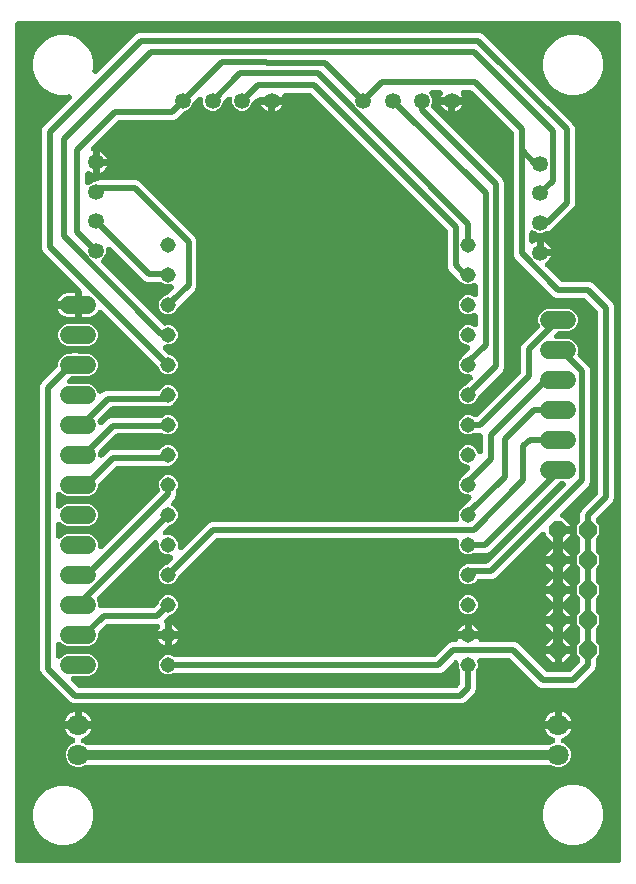
<source format=gbr>
G04 EAGLE Gerber RS-274X export*
G75*
%MOMM*%
%FSLAX34Y34*%
%LPD*%
%INTop Copper*%
%IPPOS*%
%AMOC8*
5,1,8,0,0,1.08239X$1,22.5*%
G01*
G04 Define Apertures*
%ADD10C,1.348000*%
%ADD11C,1.800000*%
%ADD12P,1.64956X8X292.5*%
%ADD13C,1.524000*%
%ADD14C,1.308000*%
%ADD15C,0.508000*%
%ADD16C,0.812800*%
G36*
X254791Y-434139D02*
X253800Y-434340D01*
X-254000Y-434340D01*
X-254916Y-434169D01*
X-255767Y-433624D01*
X-256339Y-432791D01*
X-256540Y-431800D01*
X-256540Y276100D01*
X-256369Y277016D01*
X-255824Y277867D01*
X-254991Y278439D01*
X-254000Y278640D01*
X253800Y278640D01*
X254716Y278469D01*
X255567Y277924D01*
X256139Y277091D01*
X256340Y276100D01*
X256340Y-431800D01*
X256169Y-432716D01*
X255624Y-433567D01*
X254791Y-434139D01*
G37*
%LPC*%
G36*
X-207054Y-299212D02*
X121710Y-299212D01*
X124137Y-298207D01*
X132599Y-289745D01*
X133604Y-287318D01*
X133604Y-272334D01*
X133797Y-271362D01*
X135064Y-268304D01*
X135064Y-265096D01*
X134658Y-264116D01*
X134466Y-263225D01*
X134636Y-262228D01*
X135180Y-261377D01*
X136014Y-260805D01*
X137005Y-260604D01*
X161312Y-260604D01*
X162266Y-260790D01*
X163109Y-261348D01*
X186759Y-284999D01*
X189186Y-286004D01*
X217214Y-286004D01*
X219641Y-284999D01*
X234199Y-270441D01*
X235204Y-268014D01*
X235204Y-261380D01*
X235390Y-260426D01*
X235948Y-259584D01*
X237744Y-257788D01*
X237744Y-250212D01*
X235948Y-248416D01*
X235405Y-247611D01*
X235204Y-246620D01*
X235204Y-235980D01*
X235390Y-235026D01*
X235948Y-234184D01*
X237744Y-232388D01*
X237744Y-224812D01*
X235948Y-223016D01*
X235405Y-222211D01*
X235204Y-221220D01*
X235204Y-210580D01*
X235390Y-209626D01*
X235948Y-208784D01*
X237744Y-206988D01*
X237744Y-199412D01*
X235948Y-197616D01*
X235405Y-196811D01*
X235204Y-195820D01*
X235204Y-185180D01*
X235390Y-184226D01*
X235948Y-183384D01*
X237744Y-181588D01*
X237744Y-174012D01*
X235948Y-172216D01*
X235405Y-171411D01*
X235204Y-170420D01*
X235204Y-159780D01*
X235390Y-158826D01*
X235948Y-157984D01*
X237744Y-156188D01*
X237744Y-148612D01*
X235948Y-146816D01*
X235405Y-146011D01*
X235204Y-145020D01*
X235204Y-143488D01*
X235390Y-142534D01*
X235948Y-141692D01*
X249439Y-128201D01*
X250444Y-125774D01*
X250444Y36874D01*
X249439Y39301D01*
X232341Y56399D01*
X229914Y57404D01*
X206988Y57404D01*
X206034Y57590D01*
X205192Y58148D01*
X192730Y70610D01*
X192211Y71360D01*
X191987Y72345D01*
X192164Y73340D01*
X192716Y74188D01*
X192948Y74344D01*
X195827Y77223D01*
X196742Y79432D01*
X184912Y79432D01*
X184912Y91262D01*
X182328Y90192D01*
X181437Y90000D01*
X180440Y90169D01*
X179589Y90714D01*
X179017Y91548D01*
X178816Y92538D01*
X178816Y98805D01*
X178972Y99683D01*
X179504Y100543D01*
X180328Y101128D01*
X181316Y101345D01*
X182309Y101159D01*
X183152Y100601D01*
X183279Y100474D01*
X186316Y99216D01*
X189604Y99216D01*
X193071Y100652D01*
X193104Y100675D01*
X194095Y100876D01*
X194793Y100876D01*
X197220Y101881D01*
X216047Y120708D01*
X217052Y123135D01*
X217052Y188091D01*
X216047Y190518D01*
X139210Y267355D01*
X136783Y268360D01*
X-151392Y268360D01*
X-153819Y267355D01*
X-186822Y234352D01*
X-187244Y234012D01*
X-188186Y233645D01*
X-189197Y233675D01*
X-190115Y234097D01*
X-190797Y234844D01*
X-191133Y235797D01*
X-191071Y236806D01*
X-190754Y237990D01*
X-190754Y244611D01*
X-192468Y251006D01*
X-195778Y256740D01*
X-200460Y261422D01*
X-206194Y264732D01*
X-212589Y266446D01*
X-219211Y266446D01*
X-225606Y264732D01*
X-231340Y261422D01*
X-236022Y256740D01*
X-239332Y251006D01*
X-241046Y244611D01*
X-241046Y237989D01*
X-239332Y231594D01*
X-236022Y225860D01*
X-231340Y221178D01*
X-225606Y217868D01*
X-219211Y216154D01*
X-212590Y216154D01*
X-211406Y216471D01*
X-210870Y216555D01*
X-209871Y216401D01*
X-209011Y215870D01*
X-208426Y215046D01*
X-208209Y214058D01*
X-208394Y213064D01*
X-208952Y212222D01*
X-232811Y188363D01*
X-233816Y185936D01*
X-233816Y86198D01*
X-232811Y83771D01*
X-201636Y52596D01*
X-201126Y51865D01*
X-200893Y50881D01*
X-201062Y49884D01*
X-201127Y49784D01*
X-200152Y49784D01*
X-200152Y27940D01*
X-193559Y27940D01*
X-189825Y29487D01*
X-186967Y32345D01*
X-186786Y32780D01*
X-186292Y33546D01*
X-185468Y34131D01*
X-184480Y34348D01*
X-183487Y34163D01*
X-182644Y33604D01*
X-135654Y-13386D01*
X-135103Y-14210D01*
X-133836Y-17268D01*
X-131568Y-19536D01*
X-128604Y-20764D01*
X-125396Y-20764D01*
X-122432Y-19536D01*
X-120164Y-17268D01*
X-118936Y-14304D01*
X-118936Y-11096D01*
X-120164Y-8132D01*
X-122432Y-5864D01*
X-125490Y-4597D01*
X-126314Y-4046D01*
X-130661Y300D01*
X-131171Y1031D01*
X-131403Y2015D01*
X-131234Y3012D01*
X-130689Y3863D01*
X-129855Y4435D01*
X-128864Y4636D01*
X-125396Y4636D01*
X-122432Y5864D01*
X-120164Y8132D01*
X-118936Y11096D01*
X-118936Y14304D01*
X-120164Y17268D01*
X-122432Y19536D01*
X-125396Y20764D01*
X-128604Y20764D01*
X-128620Y20757D01*
X-129551Y20564D01*
X-130545Y20750D01*
X-131388Y21308D01*
X-183290Y73211D01*
X-183817Y73979D01*
X-184034Y74966D01*
X-183849Y75960D01*
X-183290Y76803D01*
X-180954Y79139D01*
X-179696Y82176D01*
X-179696Y85084D01*
X-179540Y85962D01*
X-179008Y86822D01*
X-178184Y87407D01*
X-177197Y87624D01*
X-176203Y87439D01*
X-175360Y86881D01*
X-146889Y58409D01*
X-144462Y57404D01*
X-133360Y57404D01*
X-132407Y57218D01*
X-131573Y56666D01*
X-128604Y55436D01*
X-125381Y55436D01*
X-124563Y55619D01*
X-123564Y55466D01*
X-122704Y54935D01*
X-122119Y54110D01*
X-121902Y53123D01*
X-122087Y52129D01*
X-122645Y51286D01*
X-127024Y46908D01*
X-127829Y46365D01*
X-128397Y46250D01*
X-131568Y44936D01*
X-133836Y42668D01*
X-135064Y39704D01*
X-135064Y36496D01*
X-133836Y33532D01*
X-131568Y31264D01*
X-128604Y30036D01*
X-125396Y30036D01*
X-122432Y31264D01*
X-120164Y33532D01*
X-119285Y35653D01*
X-118592Y36609D01*
X-118075Y37052D01*
X-117744Y37508D01*
X-104129Y51123D01*
X-103124Y53550D01*
X-103124Y92754D01*
X-104129Y95181D01*
X-151707Y142759D01*
X-154134Y143764D01*
X-183706Y143764D01*
X-183902Y143772D01*
X-184954Y143853D01*
X-185285Y143800D01*
X-186260Y143397D01*
X-186444Y143329D01*
X-187447Y143001D01*
X-187745Y142819D01*
X-188536Y142285D01*
X-189527Y142084D01*
X-189604Y142084D01*
X-192641Y140826D01*
X-192904Y140563D01*
X-193635Y140053D01*
X-194619Y139820D01*
X-195616Y139990D01*
X-196467Y140535D01*
X-197039Y141368D01*
X-197240Y142359D01*
X-197240Y148844D01*
X-197084Y149722D01*
X-196552Y150582D01*
X-195728Y151167D01*
X-194741Y151384D01*
X-193747Y151198D01*
X-193642Y151129D01*
X-191008Y150038D01*
X-191008Y168522D01*
X-191438Y168788D01*
X-192023Y169612D01*
X-192239Y170600D01*
X-192054Y171593D01*
X-191496Y172436D01*
X-170112Y193820D01*
X-169306Y194363D01*
X-168316Y194564D01*
X-122638Y194564D01*
X-120211Y195569D01*
X-113969Y201812D01*
X-113163Y202355D01*
X-113121Y202363D01*
X-109619Y203814D01*
X-107294Y206139D01*
X-105858Y209606D01*
X-105850Y209646D01*
X-105292Y210489D01*
X-101900Y213881D01*
X-101169Y214391D01*
X-100185Y214623D01*
X-99188Y214454D01*
X-98337Y213909D01*
X-97765Y213075D01*
X-97564Y212084D01*
X-97564Y209176D01*
X-96306Y206139D01*
X-93981Y203814D01*
X-90944Y202556D01*
X-87656Y202556D01*
X-84619Y203814D01*
X-82294Y206139D01*
X-80858Y209606D01*
X-80850Y209646D01*
X-80292Y210489D01*
X-76900Y213881D01*
X-76169Y214391D01*
X-75185Y214623D01*
X-74188Y214454D01*
X-73337Y213909D01*
X-72765Y213075D01*
X-72564Y212084D01*
X-72564Y209176D01*
X-71306Y206139D01*
X-68981Y203814D01*
X-65944Y202556D01*
X-62656Y202556D01*
X-59619Y203814D01*
X-57294Y206139D01*
X-55858Y209606D01*
X-55850Y209646D01*
X-55292Y210489D01*
X-52916Y212865D01*
X-52185Y213375D01*
X-51201Y213607D01*
X-50204Y213438D01*
X-50104Y213373D01*
X-50104Y213868D01*
X-30518Y213868D01*
X-30592Y214048D01*
X-30785Y214939D01*
X-30615Y215936D01*
X-30070Y216787D01*
X-29237Y217359D01*
X-28246Y217560D01*
X-7242Y217560D01*
X-6289Y217374D01*
X-5446Y216816D01*
X109048Y102322D01*
X109591Y101516D01*
X109792Y100526D01*
X109792Y70494D01*
X110797Y68067D01*
X121017Y57847D01*
X121715Y57380D01*
X122432Y56664D01*
X125396Y55436D01*
X128604Y55436D01*
X131616Y56684D01*
X132507Y56876D01*
X133504Y56706D01*
X134355Y56161D01*
X134927Y55328D01*
X135128Y54337D01*
X135128Y47263D01*
X134964Y46366D01*
X134426Y45510D01*
X133597Y44932D01*
X132608Y44723D01*
X131616Y44916D01*
X128604Y46164D01*
X125396Y46164D01*
X122432Y44936D01*
X120164Y42668D01*
X118936Y39704D01*
X118936Y36496D01*
X120164Y33532D01*
X122432Y31264D01*
X125396Y30036D01*
X128604Y30036D01*
X131616Y31284D01*
X132507Y31476D01*
X133504Y31306D01*
X134355Y30761D01*
X134927Y29928D01*
X135128Y28937D01*
X135128Y21863D01*
X134964Y20966D01*
X134426Y20110D01*
X133597Y19532D01*
X132608Y19323D01*
X131616Y19516D01*
X128604Y20764D01*
X125396Y20764D01*
X122432Y19536D01*
X120164Y17268D01*
X118936Y14304D01*
X118936Y11096D01*
X120164Y8132D01*
X122432Y5864D01*
X125396Y4636D01*
X126324Y4636D01*
X127202Y4480D01*
X128062Y3948D01*
X128647Y3124D01*
X128864Y2137D01*
X128679Y1143D01*
X128121Y300D01*
X124252Y-3569D01*
X123689Y-3993D01*
X123661Y-4009D01*
X123169Y-4628D01*
X122976Y-4845D01*
X122417Y-5403D01*
X122405Y-5434D01*
X122047Y-6041D01*
X121713Y-6462D01*
X121696Y-6449D01*
X121481Y-6815D01*
X120164Y-8132D01*
X118936Y-11096D01*
X118936Y-14304D01*
X120164Y-17268D01*
X122432Y-19536D01*
X125396Y-20764D01*
X128356Y-20764D01*
X129234Y-20920D01*
X130094Y-21452D01*
X130679Y-22276D01*
X130896Y-23264D01*
X130711Y-24257D01*
X130153Y-25100D01*
X125447Y-29806D01*
X124623Y-30356D01*
X122432Y-31264D01*
X120164Y-33532D01*
X118936Y-36496D01*
X118936Y-39704D01*
X120164Y-42668D01*
X122432Y-44936D01*
X125396Y-46164D01*
X128604Y-46164D01*
X131568Y-44936D01*
X133836Y-42668D01*
X135143Y-39513D01*
X135250Y-38966D01*
X135808Y-38124D01*
X156475Y-17457D01*
X157480Y-15030D01*
X157480Y141738D01*
X156475Y144165D01*
X96129Y204511D01*
X95594Y205298D01*
X95385Y206287D01*
X95578Y207279D01*
X96364Y209176D01*
X96364Y212464D01*
X95106Y215501D01*
X94843Y215764D01*
X94333Y216495D01*
X94100Y217479D01*
X94270Y218476D01*
X94815Y219327D01*
X95648Y219899D01*
X96639Y220100D01*
X103124Y220100D01*
X104002Y219944D01*
X104862Y219412D01*
X105447Y218588D01*
X105664Y217601D01*
X105478Y216607D01*
X105409Y216502D01*
X104318Y213868D01*
X121882Y213868D01*
X120829Y216411D01*
X120770Y216495D01*
X120537Y217479D01*
X120707Y218476D01*
X121252Y219327D01*
X122085Y219899D01*
X123076Y220100D01*
X128664Y220100D01*
X129618Y219914D01*
X130461Y219356D01*
X164864Y184953D01*
X165407Y184147D01*
X165608Y183156D01*
X165608Y80474D01*
X166613Y78047D01*
X199459Y45201D01*
X201886Y44196D01*
X224812Y44196D01*
X225766Y44010D01*
X226609Y43452D01*
X236492Y33569D01*
X237035Y32763D01*
X237236Y31772D01*
X237236Y-120672D01*
X237050Y-121626D01*
X236492Y-122469D01*
X223001Y-135959D01*
X221996Y-138386D01*
X221996Y-145020D01*
X221810Y-145974D01*
X221252Y-146816D01*
X219456Y-148612D01*
X219456Y-156188D01*
X221252Y-157984D01*
X221795Y-158789D01*
X221996Y-159780D01*
X221996Y-170420D01*
X221810Y-171374D01*
X221252Y-172216D01*
X219456Y-174012D01*
X219456Y-181588D01*
X221252Y-183384D01*
X221795Y-184189D01*
X221996Y-185180D01*
X221996Y-195820D01*
X221810Y-196774D01*
X221252Y-197616D01*
X219456Y-199412D01*
X219456Y-206988D01*
X221252Y-208784D01*
X221795Y-209589D01*
X221996Y-210580D01*
X221996Y-221220D01*
X221810Y-222174D01*
X221252Y-223016D01*
X219456Y-224812D01*
X219456Y-232388D01*
X221252Y-234184D01*
X221795Y-234989D01*
X221996Y-235980D01*
X221996Y-246620D01*
X221810Y-247574D01*
X221252Y-248416D01*
X219456Y-250212D01*
X219456Y-257788D01*
X221252Y-259584D01*
X221795Y-260389D01*
X221996Y-261380D01*
X221996Y-262912D01*
X221810Y-263866D01*
X221252Y-264709D01*
X213909Y-272052D01*
X213103Y-272595D01*
X212112Y-272796D01*
X194288Y-272796D01*
X193334Y-272610D01*
X192492Y-272052D01*
X168841Y-248401D01*
X166414Y-247396D01*
X138104Y-247396D01*
X137208Y-247232D01*
X136352Y-246695D01*
X135774Y-245865D01*
X135565Y-244876D01*
X135667Y-244348D01*
X118342Y-244348D01*
X118434Y-244775D01*
X118265Y-245772D01*
X117720Y-246623D01*
X116886Y-247195D01*
X115896Y-247396D01*
X112986Y-247396D01*
X110559Y-248401D01*
X99609Y-259352D01*
X98803Y-259895D01*
X97812Y-260096D01*
X-121366Y-260096D01*
X-122338Y-259903D01*
X-125396Y-258636D01*
X-128604Y-258636D01*
X-131568Y-259864D01*
X-133836Y-262132D01*
X-135064Y-265096D01*
X-135064Y-268304D01*
X-133836Y-271268D01*
X-131568Y-273536D01*
X-128604Y-274764D01*
X-125396Y-274764D01*
X-122338Y-273497D01*
X-121366Y-273304D01*
X102914Y-273304D01*
X105341Y-272299D01*
X114600Y-263040D01*
X115331Y-262530D01*
X116315Y-262297D01*
X117312Y-262466D01*
X118163Y-263011D01*
X118735Y-263845D01*
X118936Y-264836D01*
X118936Y-268304D01*
X120203Y-271362D01*
X120396Y-272334D01*
X120396Y-282216D01*
X120210Y-283170D01*
X119652Y-284013D01*
X118405Y-285260D01*
X117599Y-285803D01*
X116608Y-286004D01*
X-201952Y-286004D01*
X-202906Y-285818D01*
X-203749Y-285260D01*
X-208829Y-280180D01*
X-209339Y-279449D01*
X-209571Y-278465D01*
X-209402Y-277468D01*
X-208857Y-276617D01*
X-208023Y-276045D01*
X-207032Y-275844D01*
X-193761Y-275844D01*
X-190400Y-274452D01*
X-187828Y-271880D01*
X-186436Y-268519D01*
X-186436Y-264881D01*
X-187828Y-261520D01*
X-190400Y-258948D01*
X-193761Y-257556D01*
X-212639Y-257556D01*
X-216000Y-258948D01*
X-217660Y-260608D01*
X-218391Y-261118D01*
X-219375Y-261351D01*
X-220372Y-261182D01*
X-221223Y-260637D01*
X-221795Y-259803D01*
X-221996Y-258812D01*
X-221996Y-249188D01*
X-221840Y-248310D01*
X-221308Y-247450D01*
X-220484Y-246865D01*
X-219497Y-246648D01*
X-218503Y-246833D01*
X-217660Y-247392D01*
X-216000Y-249052D01*
X-212639Y-250444D01*
X-193761Y-250444D01*
X-190400Y-249052D01*
X-187828Y-246480D01*
X-186436Y-243119D01*
X-186436Y-240239D01*
X-186250Y-239286D01*
X-185692Y-238443D01*
X-179641Y-232392D01*
X-178836Y-231849D01*
X-177845Y-231648D01*
X-136321Y-231648D01*
X-135443Y-231804D01*
X-134583Y-232336D01*
X-133998Y-233160D01*
X-133781Y-234148D01*
X-133967Y-235141D01*
X-134525Y-235984D01*
X-134698Y-236157D01*
X-135566Y-238252D01*
X-130048Y-238252D01*
X-130048Y-230882D01*
X-130171Y-230708D01*
X-130388Y-229721D01*
X-130203Y-228727D01*
X-129645Y-227884D01*
X-126314Y-224554D01*
X-125490Y-224003D01*
X-122432Y-222736D01*
X-120164Y-220468D01*
X-118936Y-217504D01*
X-118936Y-214296D01*
X-120164Y-211332D01*
X-122432Y-209064D01*
X-125396Y-207836D01*
X-128604Y-207836D01*
X-131568Y-209064D01*
X-133836Y-211332D01*
X-135103Y-214390D01*
X-135654Y-215214D01*
X-138136Y-217696D01*
X-138941Y-218239D01*
X-139932Y-218440D01*
X-182966Y-218440D01*
X-183815Y-218623D01*
X-184812Y-218453D01*
X-185663Y-217909D01*
X-186235Y-217075D01*
X-186436Y-216084D01*
X-186436Y-214081D01*
X-187428Y-211685D01*
X-187621Y-210754D01*
X-187436Y-209760D01*
X-186878Y-208917D01*
X-139400Y-161440D01*
X-138669Y-160930D01*
X-137685Y-160697D01*
X-136688Y-160866D01*
X-135837Y-161411D01*
X-135265Y-162245D01*
X-135064Y-163236D01*
X-135064Y-166704D01*
X-133836Y-169668D01*
X-131568Y-171936D01*
X-128604Y-173164D01*
X-125136Y-173164D01*
X-124258Y-173320D01*
X-123398Y-173852D01*
X-122813Y-174676D01*
X-122596Y-175664D01*
X-122781Y-176657D01*
X-123340Y-177500D01*
X-127686Y-181846D01*
X-128510Y-182397D01*
X-131568Y-183664D01*
X-133836Y-185932D01*
X-135064Y-188896D01*
X-135064Y-192104D01*
X-133836Y-195068D01*
X-131568Y-197336D01*
X-128604Y-198564D01*
X-125396Y-198564D01*
X-122432Y-197336D01*
X-120164Y-195068D01*
X-118897Y-192010D01*
X-118346Y-191186D01*
X-86909Y-159748D01*
X-86103Y-159205D01*
X-85112Y-159004D01*
X116995Y-159004D01*
X117892Y-159168D01*
X118748Y-159706D01*
X119326Y-160535D01*
X119535Y-161524D01*
X119342Y-162516D01*
X118936Y-163496D01*
X118936Y-166704D01*
X120164Y-169668D01*
X122432Y-171936D01*
X125396Y-173164D01*
X128604Y-173164D01*
X131662Y-171897D01*
X132634Y-171704D01*
X142538Y-171704D01*
X144965Y-170699D01*
X204176Y-111488D01*
X204981Y-110945D01*
X205972Y-110744D01*
X207540Y-110744D01*
X208418Y-110900D01*
X209278Y-111432D01*
X209863Y-112256D01*
X210080Y-113244D01*
X209895Y-114237D01*
X209337Y-115080D01*
X144313Y-180104D01*
X143507Y-180647D01*
X142516Y-180848D01*
X129500Y-180848D01*
X128977Y-180763D01*
X127871Y-180842D01*
X127691Y-180848D01*
X126584Y-180848D01*
X126344Y-180905D01*
X125353Y-181400D01*
X125189Y-181475D01*
X124166Y-181899D01*
X123965Y-182043D01*
X123240Y-182880D01*
X123117Y-183012D01*
X122845Y-183283D01*
X122747Y-183349D01*
X120164Y-185932D01*
X118936Y-188896D01*
X118936Y-192104D01*
X120164Y-195068D01*
X122432Y-197336D01*
X125396Y-198564D01*
X128604Y-198564D01*
X131568Y-197336D01*
X134104Y-194800D01*
X134910Y-194257D01*
X135900Y-194056D01*
X147618Y-194056D01*
X150045Y-193051D01*
X188704Y-154392D01*
X189435Y-153882D01*
X190419Y-153649D01*
X191416Y-153818D01*
X192267Y-154363D01*
X192839Y-155197D01*
X193040Y-156188D01*
X193040Y-156608D01*
X199736Y-163304D01*
X200262Y-164072D01*
X200479Y-165060D01*
X200294Y-166053D01*
X199736Y-166896D01*
X193040Y-173592D01*
X193040Y-174752D01*
X213360Y-174752D01*
X213360Y-173592D01*
X206664Y-166896D01*
X206138Y-166128D01*
X205921Y-165141D01*
X206106Y-164147D01*
X206664Y-163304D01*
X213360Y-156608D01*
X213360Y-155448D01*
X200152Y-155448D01*
X200152Y-149352D01*
X213360Y-149352D01*
X213360Y-148192D01*
X207408Y-142240D01*
X206988Y-142240D01*
X206110Y-142084D01*
X205250Y-141552D01*
X204665Y-140728D01*
X204448Y-139741D01*
X204633Y-138747D01*
X205192Y-137904D01*
X229119Y-113977D01*
X230124Y-111550D01*
X230124Y-16466D01*
X229119Y-14039D01*
X220266Y-5187D01*
X219731Y-4400D01*
X219522Y-3411D01*
X219716Y-2419D01*
X219964Y-1819D01*
X219964Y1819D01*
X218572Y5180D01*
X216000Y7752D01*
X212639Y9144D01*
X202416Y9144D01*
X201538Y9300D01*
X200678Y9832D01*
X200093Y10656D01*
X199876Y11644D01*
X200061Y12637D01*
X200620Y13480D01*
X202652Y15512D01*
X203457Y16055D01*
X204448Y16256D01*
X212639Y16256D01*
X216000Y17648D01*
X218572Y20220D01*
X219964Y23581D01*
X219964Y27219D01*
X218572Y30580D01*
X216000Y33152D01*
X212639Y34544D01*
X193761Y34544D01*
X190400Y33152D01*
X187828Y30580D01*
X186436Y27219D01*
X186436Y23581D01*
X187428Y21185D01*
X187621Y20254D01*
X187436Y19260D01*
X186878Y18417D01*
X172709Y4249D01*
X171704Y1822D01*
X171704Y-18564D01*
X171518Y-19518D01*
X170960Y-20361D01*
X135169Y-56152D01*
X134363Y-56695D01*
X133372Y-56896D01*
X132634Y-56896D01*
X131662Y-56703D01*
X128604Y-55436D01*
X125396Y-55436D01*
X122432Y-56664D01*
X120164Y-58932D01*
X118936Y-61896D01*
X118936Y-65104D01*
X120164Y-68068D01*
X122432Y-70336D01*
X125396Y-71564D01*
X128604Y-71564D01*
X131662Y-70297D01*
X132634Y-70104D01*
X137160Y-70104D01*
X138076Y-70275D01*
X138927Y-70820D01*
X139499Y-71653D01*
X139700Y-72644D01*
X139700Y-85719D01*
X139550Y-86578D01*
X139026Y-87442D01*
X138206Y-88033D01*
X137221Y-88258D01*
X136226Y-88081D01*
X135378Y-87529D01*
X134813Y-86691D01*
X133836Y-84332D01*
X131568Y-82064D01*
X128604Y-80836D01*
X125396Y-80836D01*
X122432Y-82064D01*
X120164Y-84332D01*
X118936Y-87296D01*
X118936Y-90504D01*
X120164Y-93468D01*
X122432Y-95736D01*
X125396Y-96964D01*
X126324Y-96964D01*
X127202Y-97120D01*
X128062Y-97652D01*
X128647Y-98476D01*
X128864Y-99464D01*
X128679Y-100457D01*
X128121Y-101300D01*
X121401Y-108019D01*
X121259Y-108364D01*
X120708Y-109188D01*
X120164Y-109732D01*
X118936Y-112696D01*
X118936Y-115904D01*
X120164Y-118868D01*
X122432Y-121136D01*
X125396Y-122364D01*
X127340Y-122364D01*
X128218Y-122520D01*
X129078Y-123052D01*
X129663Y-123876D01*
X129880Y-124864D01*
X129695Y-125857D01*
X129137Y-126700D01*
X123713Y-132124D01*
X122888Y-132675D01*
X122432Y-132864D01*
X120164Y-135132D01*
X118936Y-138096D01*
X118936Y-141304D01*
X119342Y-142284D01*
X119534Y-143175D01*
X119364Y-144172D01*
X118820Y-145023D01*
X117986Y-145595D01*
X116995Y-145796D01*
X-90214Y-145796D01*
X-92641Y-146801D01*
X-114600Y-168761D01*
X-115331Y-169271D01*
X-116315Y-169503D01*
X-117312Y-169334D01*
X-118163Y-168789D01*
X-118735Y-167955D01*
X-118936Y-166964D01*
X-118936Y-163496D01*
X-120164Y-160532D01*
X-122432Y-158264D01*
X-125396Y-157036D01*
X-128864Y-157036D01*
X-129742Y-156880D01*
X-130602Y-156348D01*
X-131187Y-155524D01*
X-131404Y-154537D01*
X-131219Y-153543D01*
X-130661Y-152700D01*
X-126314Y-148354D01*
X-125490Y-147803D01*
X-122432Y-146536D01*
X-120164Y-144268D01*
X-118936Y-141304D01*
X-118936Y-138096D01*
X-120164Y-135132D01*
X-122432Y-132864D01*
X-123284Y-132511D01*
X-124050Y-132016D01*
X-124635Y-131192D01*
X-124852Y-130204D01*
X-124667Y-129211D01*
X-124108Y-128368D01*
X-121401Y-125661D01*
X-120396Y-123234D01*
X-120396Y-119934D01*
X-120203Y-118962D01*
X-118936Y-115904D01*
X-118936Y-112696D01*
X-120164Y-109732D01*
X-122432Y-107464D01*
X-125396Y-106236D01*
X-128604Y-106236D01*
X-131568Y-107464D01*
X-133836Y-109732D01*
X-135064Y-112696D01*
X-135064Y-115904D01*
X-134325Y-117688D01*
X-134132Y-118620D01*
X-134317Y-119613D01*
X-134876Y-120456D01*
X-182100Y-167681D01*
X-182831Y-168191D01*
X-183815Y-168423D01*
X-184812Y-168254D01*
X-185663Y-167709D01*
X-186235Y-166875D01*
X-186436Y-165884D01*
X-186436Y-163281D01*
X-187828Y-159920D01*
X-190400Y-157348D01*
X-193761Y-155956D01*
X-212639Y-155956D01*
X-216000Y-157348D01*
X-217660Y-159008D01*
X-218391Y-159518D01*
X-219375Y-159751D01*
X-220372Y-159582D01*
X-221223Y-159037D01*
X-221795Y-158203D01*
X-221996Y-157212D01*
X-221996Y-147588D01*
X-221840Y-146710D01*
X-221308Y-145850D01*
X-220484Y-145265D01*
X-219497Y-145048D01*
X-218503Y-145233D01*
X-217660Y-145792D01*
X-216000Y-147452D01*
X-212639Y-148844D01*
X-193761Y-148844D01*
X-190400Y-147452D01*
X-187828Y-144880D01*
X-186436Y-141519D01*
X-186436Y-137881D01*
X-187828Y-134520D01*
X-190400Y-131948D01*
X-193761Y-130556D01*
X-212639Y-130556D01*
X-216000Y-131948D01*
X-217660Y-133608D01*
X-218391Y-134118D01*
X-219375Y-134351D01*
X-220372Y-134182D01*
X-221223Y-133637D01*
X-221795Y-132803D01*
X-221996Y-131812D01*
X-221996Y-122188D01*
X-221840Y-121310D01*
X-221308Y-120450D01*
X-220484Y-119865D01*
X-219497Y-119648D01*
X-218503Y-119833D01*
X-217660Y-120392D01*
X-216000Y-122052D01*
X-212639Y-123444D01*
X-193761Y-123444D01*
X-190400Y-122052D01*
X-187828Y-119480D01*
X-186436Y-116119D01*
X-186436Y-114532D01*
X-186250Y-113578D01*
X-185692Y-112736D01*
X-171745Y-98788D01*
X-170939Y-98245D01*
X-169948Y-98044D01*
X-129777Y-98044D01*
X-129670Y-98065D01*
X-127991Y-98044D01*
X-127960Y-98044D01*
X-126660Y-98044D01*
X-125465Y-97532D01*
X-125436Y-97520D01*
X-124236Y-97023D01*
X-123718Y-96491D01*
X-122872Y-95919D01*
X-122432Y-95736D01*
X-120164Y-93468D01*
X-118936Y-90504D01*
X-118936Y-87296D01*
X-120164Y-84332D01*
X-122432Y-82064D01*
X-125396Y-80836D01*
X-128604Y-80836D01*
X-131568Y-82064D01*
X-133596Y-84092D01*
X-134402Y-84635D01*
X-135392Y-84836D01*
X-175050Y-84836D01*
X-177477Y-85841D01*
X-182100Y-90465D01*
X-182831Y-90975D01*
X-183815Y-91207D01*
X-184812Y-91038D01*
X-185663Y-90493D01*
X-186235Y-89659D01*
X-186436Y-88668D01*
X-186436Y-87100D01*
X-186250Y-86146D01*
X-185692Y-85304D01*
X-171745Y-71356D01*
X-170939Y-70813D01*
X-169948Y-70612D01*
X-131408Y-70612D01*
X-130436Y-70805D01*
X-128604Y-71564D01*
X-125396Y-71564D01*
X-122432Y-70336D01*
X-120164Y-68068D01*
X-118936Y-65104D01*
X-118936Y-61896D01*
X-120164Y-58932D01*
X-122432Y-56664D01*
X-125396Y-55436D01*
X-128604Y-55436D01*
X-131572Y-56666D01*
X-132370Y-57203D01*
X-133360Y-57404D01*
X-175050Y-57404D01*
X-177477Y-58409D01*
X-182100Y-63033D01*
X-182831Y-63543D01*
X-183815Y-63775D01*
X-184812Y-63606D01*
X-185663Y-63061D01*
X-186235Y-62227D01*
X-186259Y-62109D01*
X-186684Y-61081D01*
X-186877Y-60150D01*
X-186692Y-59156D01*
X-186134Y-58313D01*
X-176317Y-48496D01*
X-175511Y-47953D01*
X-174520Y-47752D01*
X-129500Y-47752D01*
X-128977Y-47837D01*
X-127871Y-47758D01*
X-127691Y-47752D01*
X-126584Y-47752D01*
X-126344Y-47695D01*
X-125353Y-47200D01*
X-125189Y-47125D01*
X-124166Y-46701D01*
X-123965Y-46557D01*
X-123240Y-45720D01*
X-123117Y-45588D01*
X-122845Y-45317D01*
X-122747Y-45251D01*
X-120164Y-42668D01*
X-118936Y-39704D01*
X-118936Y-36496D01*
X-120164Y-33532D01*
X-122432Y-31264D01*
X-125396Y-30036D01*
X-128604Y-30036D01*
X-131568Y-31264D01*
X-134104Y-33800D01*
X-134910Y-34343D01*
X-135900Y-34544D01*
X-179622Y-34544D01*
X-182049Y-35549D01*
X-182677Y-36178D01*
X-183427Y-36696D01*
X-184413Y-36921D01*
X-185408Y-36744D01*
X-186255Y-36192D01*
X-186820Y-35354D01*
X-187828Y-32920D01*
X-190400Y-30348D01*
X-193761Y-28956D01*
X-210080Y-28956D01*
X-210958Y-28800D01*
X-211818Y-28268D01*
X-212403Y-27444D01*
X-212620Y-26457D01*
X-212435Y-25463D01*
X-211877Y-24620D01*
X-209845Y-22588D01*
X-209039Y-22045D01*
X-208048Y-21844D01*
X-193761Y-21844D01*
X-190400Y-20452D01*
X-187828Y-17880D01*
X-186436Y-14519D01*
X-186436Y-10881D01*
X-187828Y-7520D01*
X-190400Y-4948D01*
X-193761Y-3556D01*
X-201468Y-3556D01*
X-202440Y-3363D01*
X-202514Y-3332D01*
X-202886Y-3141D01*
X-203359Y-2846D01*
X-203624Y-2802D01*
X-204178Y-2643D01*
X-204426Y-2540D01*
X-204983Y-2540D01*
X-205401Y-2505D01*
X-205950Y-2414D01*
X-206212Y-2475D01*
X-206785Y-2540D01*
X-207054Y-2540D01*
X-207568Y-2753D01*
X-207967Y-2881D01*
X-208510Y-3007D01*
X-208616Y-3083D01*
X-209102Y-3355D01*
X-210093Y-3556D01*
X-212639Y-3556D01*
X-216000Y-4948D01*
X-218572Y-7520D01*
X-219964Y-10881D01*
X-219964Y-12976D01*
X-220150Y-13930D01*
X-220708Y-14773D01*
X-234199Y-28263D01*
X-235204Y-30690D01*
X-235204Y-271062D01*
X-234199Y-273489D01*
X-209481Y-298207D01*
X-207054Y-299212D01*
G37*
G36*
X212589Y216154D02*
X219211Y216154D01*
X225606Y217868D01*
X231340Y221178D01*
X236022Y225860D01*
X239332Y231594D01*
X241046Y237989D01*
X241046Y244611D01*
X239332Y251006D01*
X236022Y256740D01*
X231340Y261422D01*
X225606Y264732D01*
X219211Y266446D01*
X212589Y266446D01*
X206194Y264732D01*
X200460Y261422D01*
X195778Y256740D01*
X192468Y251006D01*
X190754Y244611D01*
X190754Y237989D01*
X192468Y231594D01*
X195778Y225860D01*
X200460Y221178D01*
X206194Y217868D01*
X212589Y216154D01*
G37*
G36*
X-44557Y202953D02*
X-42348Y202038D01*
X-42348Y207772D01*
X-48082Y207772D01*
X-47167Y205563D01*
X-44557Y202953D01*
G37*
G36*
X-36252Y207772D02*
X-36252Y202038D01*
X-34043Y202953D01*
X-31433Y205563D01*
X-30518Y207772D01*
X-36252Y207772D01*
G37*
G36*
X107843Y202953D02*
X110052Y202038D01*
X110052Y207772D01*
X104318Y207772D01*
X105233Y205563D01*
X107843Y202953D01*
G37*
G36*
X116148Y207772D02*
X116148Y202038D01*
X118357Y202953D01*
X120967Y205563D01*
X121882Y207772D01*
X116148Y207772D01*
G37*
G36*
X-184912Y161868D02*
X-179178Y161868D01*
X-180093Y164077D01*
X-182703Y166687D01*
X-184912Y167602D01*
X-184912Y161868D01*
G37*
G36*
X-184912Y155772D02*
X-184912Y150038D01*
X-182703Y150953D01*
X-180093Y153563D01*
X-179178Y155772D01*
X-184912Y155772D01*
G37*
G36*
X191008Y85528D02*
X196742Y85528D01*
X195827Y87737D01*
X193217Y90347D01*
X191008Y91262D01*
X191008Y85528D01*
G37*
G36*
X-220555Y41148D02*
X-206248Y41148D01*
X-206248Y48260D01*
X-212841Y48260D01*
X-216575Y46713D01*
X-219433Y43855D01*
X-220555Y41148D01*
G37*
G36*
X-212841Y27940D02*
X-206248Y27940D01*
X-206248Y35052D01*
X-220555Y35052D01*
X-219433Y32345D01*
X-216575Y29487D01*
X-212841Y27940D01*
G37*
G36*
X-212639Y3556D02*
X-193761Y3556D01*
X-190400Y4948D01*
X-187828Y7520D01*
X-186436Y10881D01*
X-186436Y14519D01*
X-187828Y17880D01*
X-190400Y20452D01*
X-193761Y21844D01*
X-212639Y21844D01*
X-216000Y20452D01*
X-218572Y17880D01*
X-219964Y14519D01*
X-219964Y10881D01*
X-218572Y7520D01*
X-216000Y4948D01*
X-212639Y3556D01*
G37*
G36*
X193040Y-200152D02*
X213360Y-200152D01*
X213360Y-198992D01*
X206664Y-192296D01*
X206138Y-191528D01*
X205921Y-190541D01*
X206106Y-189547D01*
X206664Y-188704D01*
X213360Y-182008D01*
X213360Y-180848D01*
X193040Y-180848D01*
X193040Y-182008D01*
X199736Y-188704D01*
X200262Y-189472D01*
X200479Y-190460D01*
X200294Y-191453D01*
X199736Y-192296D01*
X193040Y-198992D01*
X193040Y-200152D01*
G37*
G36*
X193040Y-225552D02*
X213360Y-225552D01*
X213360Y-224392D01*
X206664Y-217696D01*
X206138Y-216928D01*
X205921Y-215941D01*
X206106Y-214947D01*
X206664Y-214104D01*
X213360Y-207408D01*
X213360Y-206248D01*
X193040Y-206248D01*
X193040Y-207408D01*
X199736Y-214104D01*
X200262Y-214872D01*
X200479Y-215860D01*
X200294Y-216853D01*
X199736Y-217696D01*
X193040Y-224392D01*
X193040Y-225552D01*
G37*
G36*
X125396Y-223964D02*
X128604Y-223964D01*
X131568Y-222736D01*
X133836Y-220468D01*
X135064Y-217504D01*
X135064Y-214296D01*
X133836Y-211332D01*
X131568Y-209064D01*
X128604Y-207836D01*
X125396Y-207836D01*
X122432Y-209064D01*
X120164Y-211332D01*
X118936Y-214296D01*
X118936Y-217504D01*
X120164Y-220468D01*
X122432Y-222736D01*
X125396Y-223964D01*
G37*
G36*
X193040Y-250952D02*
X213360Y-250952D01*
X213360Y-249792D01*
X206664Y-243096D01*
X206138Y-242328D01*
X205921Y-241341D01*
X206106Y-240347D01*
X206664Y-239504D01*
X213360Y-232808D01*
X213360Y-231648D01*
X193040Y-231648D01*
X193040Y-232808D01*
X199736Y-239504D01*
X200262Y-240272D01*
X200479Y-241260D01*
X200294Y-242253D01*
X199736Y-243096D01*
X193040Y-249792D01*
X193040Y-250952D01*
G37*
G36*
X-123952Y-238252D02*
X-118434Y-238252D01*
X-119302Y-236157D01*
X-121857Y-233602D01*
X-123952Y-232734D01*
X-123952Y-238252D01*
G37*
G36*
X118434Y-238252D02*
X123952Y-238252D01*
X123952Y-232734D01*
X121857Y-233602D01*
X119302Y-236157D01*
X118434Y-238252D01*
G37*
G36*
X130048Y-238252D02*
X135566Y-238252D01*
X134698Y-236157D01*
X132143Y-233602D01*
X130048Y-232734D01*
X130048Y-238252D01*
G37*
G36*
X-123952Y-244348D02*
X-123952Y-249866D01*
X-121857Y-248998D01*
X-119302Y-246443D01*
X-118434Y-244348D01*
X-123952Y-244348D01*
G37*
G36*
X-132143Y-248998D02*
X-130048Y-249866D01*
X-130048Y-244348D01*
X-135566Y-244348D01*
X-134698Y-246443D01*
X-132143Y-248998D01*
G37*
G36*
X206248Y-264160D02*
X207408Y-264160D01*
X213360Y-258208D01*
X213360Y-257048D01*
X206248Y-257048D01*
X206248Y-264160D01*
G37*
G36*
X198992Y-264160D02*
X200152Y-264160D01*
X200152Y-257048D01*
X193040Y-257048D01*
X193040Y-258208D01*
X198992Y-264160D01*
G37*
G36*
X-214428Y-314452D02*
X-206248Y-314452D01*
X-206248Y-306272D01*
X-209737Y-307717D01*
X-212983Y-310963D01*
X-214428Y-314452D01*
G37*
G36*
X-200152Y-314452D02*
X-191972Y-314452D01*
X-193417Y-310963D01*
X-196663Y-307717D01*
X-200152Y-306272D01*
X-200152Y-314452D01*
G37*
G36*
X191972Y-314452D02*
X200152Y-314452D01*
X200152Y-306272D01*
X196663Y-307717D01*
X193417Y-310963D01*
X191972Y-314452D01*
G37*
G36*
X206248Y-314452D02*
X214428Y-314452D01*
X212983Y-310963D01*
X209737Y-307717D01*
X206248Y-306272D01*
X206248Y-314452D01*
G37*
G36*
X-205293Y-353424D02*
X-201107Y-353424D01*
X-197239Y-351822D01*
X-197189Y-351772D01*
X-196383Y-351229D01*
X-195393Y-351028D01*
X195393Y-351028D01*
X196346Y-351214D01*
X197189Y-351772D01*
X197239Y-351822D01*
X201107Y-353424D01*
X205293Y-353424D01*
X209161Y-351822D01*
X212122Y-348861D01*
X213724Y-344993D01*
X213724Y-340807D01*
X212122Y-336939D01*
X209161Y-333978D01*
X207033Y-333097D01*
X206282Y-332616D01*
X205690Y-331796D01*
X205466Y-330811D01*
X205643Y-329815D01*
X206195Y-328968D01*
X207033Y-328403D01*
X209737Y-327283D01*
X212983Y-324037D01*
X214428Y-320548D01*
X191972Y-320548D01*
X193417Y-324037D01*
X196663Y-327283D01*
X199367Y-328403D01*
X200118Y-328884D01*
X200710Y-329704D01*
X200934Y-330689D01*
X200757Y-331684D01*
X200205Y-332532D01*
X199367Y-333097D01*
X197239Y-333978D01*
X197189Y-334028D01*
X196383Y-334571D01*
X195393Y-334772D01*
X-195393Y-334772D01*
X-196346Y-334586D01*
X-197189Y-334028D01*
X-197239Y-333978D01*
X-199367Y-333097D01*
X-200118Y-332616D01*
X-200710Y-331796D01*
X-200934Y-330811D01*
X-200757Y-329815D01*
X-200205Y-328968D01*
X-199367Y-328403D01*
X-196663Y-327283D01*
X-193417Y-324037D01*
X-191972Y-320548D01*
X-214428Y-320548D01*
X-212983Y-324037D01*
X-209737Y-327283D01*
X-207033Y-328403D01*
X-206282Y-328884D01*
X-205690Y-329704D01*
X-205466Y-330689D01*
X-205643Y-331684D01*
X-206195Y-332532D01*
X-207033Y-333097D01*
X-209161Y-333978D01*
X-212122Y-336939D01*
X-213724Y-340807D01*
X-213724Y-344993D01*
X-212122Y-348861D01*
X-209161Y-351822D01*
X-205293Y-353424D01*
G37*
G36*
X212589Y-418846D02*
X219211Y-418846D01*
X225606Y-417132D01*
X231340Y-413822D01*
X236022Y-409140D01*
X239332Y-403406D01*
X241046Y-397011D01*
X241046Y-390389D01*
X239332Y-383994D01*
X236022Y-378260D01*
X231340Y-373578D01*
X225606Y-370268D01*
X219211Y-368554D01*
X212589Y-368554D01*
X206194Y-370268D01*
X200460Y-373578D01*
X195778Y-378260D01*
X192468Y-383994D01*
X190754Y-390389D01*
X190754Y-397011D01*
X192468Y-403406D01*
X195778Y-409140D01*
X200460Y-413822D01*
X206194Y-417132D01*
X212589Y-418846D01*
G37*
G36*
X-219211Y-419100D02*
X-212589Y-419100D01*
X-206194Y-417386D01*
X-200460Y-414076D01*
X-195778Y-409394D01*
X-192468Y-403660D01*
X-190754Y-397265D01*
X-190754Y-390643D01*
X-192468Y-384248D01*
X-195778Y-378514D01*
X-200460Y-373832D01*
X-206194Y-370522D01*
X-212589Y-368808D01*
X-219211Y-368808D01*
X-225606Y-370522D01*
X-231340Y-373832D01*
X-236022Y-378514D01*
X-239332Y-384248D01*
X-241046Y-390643D01*
X-241046Y-397265D01*
X-239332Y-403660D01*
X-236022Y-409394D01*
X-231340Y-414076D01*
X-225606Y-417386D01*
X-219211Y-419100D01*
G37*
%LPD*%
D10*
X-114300Y210820D03*
X-89300Y210820D03*
X-64300Y210820D03*
X-39300Y210820D03*
X38100Y210820D03*
X63100Y210820D03*
X88100Y210820D03*
X113100Y210820D03*
X-187960Y83820D03*
X-187960Y108820D03*
X-187960Y133820D03*
X-187960Y158820D03*
X187960Y157480D03*
X187960Y132480D03*
X187960Y107480D03*
X187960Y82480D03*
D11*
X203200Y-342900D03*
X203200Y-317500D03*
X-203200Y-342900D03*
X-203200Y-317500D03*
D12*
X203200Y-152400D03*
X228600Y-152400D03*
X203200Y-177800D03*
X228600Y-177800D03*
X203200Y-203200D03*
X228600Y-203200D03*
X203200Y-228600D03*
X228600Y-228600D03*
X203200Y-254000D03*
X228600Y-254000D03*
D13*
X-195580Y38100D02*
X-210820Y38100D01*
X-210820Y12700D02*
X-195580Y12700D01*
X-195580Y-12700D02*
X-210820Y-12700D01*
X-210820Y-38100D02*
X-195580Y-38100D01*
X-195580Y-63500D02*
X-210820Y-63500D01*
X-210820Y-88900D02*
X-195580Y-88900D01*
X-195580Y-114300D02*
X-210820Y-114300D01*
X-210820Y-139700D02*
X-195580Y-139700D01*
X-195580Y-165100D02*
X-210820Y-165100D01*
X-210820Y-190500D02*
X-195580Y-190500D01*
X-195580Y-215900D02*
X-210820Y-215900D01*
X-210820Y-241300D02*
X-195580Y-241300D01*
X-195580Y-266700D02*
X-210820Y-266700D01*
X195580Y25400D02*
X210820Y25400D01*
X210820Y0D02*
X195580Y0D01*
X195580Y-25400D02*
X210820Y-25400D01*
X210820Y-50800D02*
X195580Y-50800D01*
X195580Y-76200D02*
X210820Y-76200D01*
X210820Y-101600D02*
X195580Y-101600D01*
D14*
X-127000Y88900D03*
X-127000Y63500D03*
X-127000Y38100D03*
X-127000Y12700D03*
X-127000Y-12700D03*
X-127000Y-38100D03*
X-127000Y-63500D03*
X-127000Y-88900D03*
X-127000Y-114300D03*
X-127000Y-139700D03*
X-127000Y-165100D03*
X-127000Y-190500D03*
X-127000Y-215900D03*
X-127000Y-241300D03*
X-127000Y-266700D03*
X127000Y88900D03*
X127000Y63500D03*
X127000Y38100D03*
X127000Y12700D03*
X127000Y-12700D03*
X127000Y-38100D03*
X127000Y-63500D03*
X127000Y-88900D03*
X127000Y-114300D03*
X127000Y-139700D03*
X127000Y-165100D03*
X127000Y-190500D03*
X127000Y-215900D03*
X127000Y-241300D03*
X127000Y-266700D03*
D15*
X-89300Y210820D02*
X-65932Y234188D01*
X-547Y234188D01*
X127000Y106641D02*
X127000Y88900D01*
X127000Y106641D02*
X-547Y234188D01*
X124704Y63500D02*
X127000Y63500D01*
X124704Y63500D02*
X116396Y71808D01*
X-50956Y224164D02*
X-64300Y210820D01*
X116396Y104313D02*
X116396Y71808D01*
X-3455Y224164D02*
X-50956Y224164D01*
X-3455Y224164D02*
X116396Y104313D01*
X141732Y4572D02*
X128016Y-9144D01*
X141732Y4572D02*
X141732Y132588D01*
X63187Y211133D01*
X128016Y-9144D02*
X127000Y-12700D01*
X63100Y210820D02*
X63187Y211133D01*
X150876Y-13716D02*
X127000Y-37592D01*
X127000Y-38100D01*
X150876Y140424D02*
X88100Y203200D01*
X88100Y210820D01*
X150876Y140424D02*
X150876Y-13716D01*
X178308Y508D02*
X203200Y25400D01*
X178308Y508D02*
X178308Y-22352D01*
X137160Y-63500D01*
X127000Y-63500D01*
X146304Y-92456D02*
X127000Y-111760D01*
X127000Y-114300D01*
X146304Y-92456D02*
X146304Y-72368D01*
X193272Y-25400D02*
X203200Y-25400D01*
X193272Y-25400D02*
X146304Y-72368D01*
X157988Y-107188D02*
X127000Y-138176D01*
X127000Y-139700D01*
X182880Y-50800D02*
X203200Y-50800D01*
X182880Y-50800D02*
X157988Y-75692D01*
X157988Y-107188D01*
X201168Y-105156D02*
X203200Y-101600D01*
X201168Y-105156D01*
X141224Y-165100D01*
X127000Y-165100D01*
X128016Y-187452D02*
X146304Y-187452D01*
X223520Y-110236D01*
X223520Y-17780D01*
X205740Y0D01*
X128016Y-187452D02*
X127000Y-190500D01*
X203200Y0D02*
X205740Y0D01*
X-128016Y-41148D02*
X-178308Y-41148D01*
X-201168Y-64008D01*
X-128016Y-41148D02*
X-127000Y-38100D01*
X-201168Y-64008D02*
X-203200Y-63500D01*
X-227212Y87512D02*
X-227212Y184623D01*
X-227212Y87512D02*
X-127000Y-12700D01*
X-227212Y184623D02*
X-150079Y261756D01*
X135469Y261756D01*
X210448Y186777D01*
X210448Y124449D01*
X193479Y107480D01*
X187960Y107480D01*
X-127000Y12700D02*
X-128016Y13716D01*
X-133135Y13716D01*
X-215528Y96109D02*
X-215528Y178295D01*
X-215528Y96109D02*
X-133135Y13716D01*
X-215528Y178295D02*
X-141211Y252612D01*
X131682Y252612D01*
X198764Y143284D02*
X187960Y132480D01*
X198764Y143284D02*
X198764Y185530D01*
X131682Y252612D01*
X-109728Y54864D02*
X-123444Y41148D01*
X-109728Y54864D02*
X-109728Y91440D01*
X-155448Y137160D01*
X-184060Y137160D01*
X-123444Y41148D02*
X-127000Y38100D01*
X-187960Y133820D02*
X-184060Y137160D01*
X-127508Y64008D02*
X-127000Y63500D01*
X-127508Y64008D02*
X-143148Y64008D01*
X-187960Y108820D01*
X-173736Y-64008D02*
X-128016Y-64008D01*
X-173736Y-64008D02*
X-201168Y-91440D01*
X-128016Y-64008D02*
X-127000Y-63500D01*
X-201168Y-91440D02*
X-203200Y-88900D01*
X-173736Y-91440D02*
X-128016Y-91440D01*
X-173736Y-91440D02*
X-196596Y-114300D01*
X-203200Y-114300D01*
X-128016Y-91440D02*
X-127000Y-88900D01*
X-127000Y-121920D02*
X-195580Y-190500D01*
X-203200Y-190500D01*
X-127000Y-121920D02*
X-127000Y-114300D01*
X-127000Y-139700D02*
X-203200Y-215900D01*
X-127000Y-190500D02*
X-88900Y-152400D01*
X131836Y-152400D01*
X173736Y-110500D01*
X173736Y-81520D01*
X179056Y-76200D02*
X203200Y-76200D01*
X179056Y-76200D02*
X173736Y-81520D01*
X-181632Y-225044D02*
X-197888Y-241300D01*
X-181632Y-225044D02*
X-136144Y-225044D01*
X-197888Y-241300D02*
X-203200Y-241300D01*
X-136144Y-225044D02*
X-127000Y-215900D01*
X228600Y-228600D02*
X228600Y-254000D01*
X228600Y-203200D02*
X228600Y-177800D01*
X228600Y-152400D01*
X228600Y-203200D02*
X228600Y-228600D01*
X172212Y81788D02*
X172212Y169164D01*
X172212Y186944D01*
X-114300Y210820D02*
X-123952Y201168D01*
X-172103Y201168D01*
X-203844Y169427D01*
X-203844Y99704D01*
X-187960Y83820D01*
X-127000Y-266700D02*
X101600Y-266700D01*
X114300Y-254000D01*
X165100Y-254000D01*
X215900Y-279400D02*
X228600Y-266700D01*
X228600Y-254000D01*
X190500Y-279400D02*
X165100Y-254000D01*
X190500Y-279400D02*
X215900Y-279400D01*
X228600Y-152400D02*
X228600Y-139700D01*
X243840Y-124460D01*
X243840Y35560D01*
X228600Y50800D01*
X203200Y50800D01*
X172212Y81788D01*
X-43601Y243332D02*
X-43737Y243468D01*
X-81652Y243468D01*
X-114300Y210820D01*
X-43601Y243332D02*
X5588Y243332D01*
X38100Y210820D01*
X183896Y157480D02*
X187960Y157480D01*
X183896Y157480D02*
X172212Y169164D01*
X53984Y226704D02*
X38100Y210820D01*
X53984Y226704D02*
X132452Y226704D01*
X172212Y186944D01*
D16*
X203200Y-152400D02*
X203200Y-254000D01*
D15*
X127000Y-266700D02*
X127000Y-286004D01*
X120396Y-292608D01*
X-205740Y-292608D01*
X-228600Y-269748D01*
X-228600Y-32004D01*
X-205740Y-9144D01*
X-203200Y-12700D01*
D16*
X-203200Y-342900D02*
X203200Y-342900D01*
M02*

</source>
